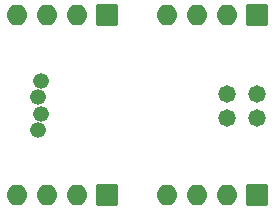
<source format=gbr>
%TF.GenerationSoftware,KiCad,Pcbnew,8.0.6*%
%TF.CreationDate,2024-12-16T09:55:53+00:00*%
%TF.ProjectId,StepperAdapterMount,53746570-7065-4724-9164-61707465724d,RevA*%
%TF.SameCoordinates,Original*%
%TF.FileFunction,Soldermask,Bot*%
%TF.FilePolarity,Negative*%
%FSLAX46Y46*%
G04 Gerber Fmt 4.6, Leading zero omitted, Abs format (unit mm)*
G04 Created by KiCad (PCBNEW 8.0.6) date 2024-12-16 09:55:53*
%MOMM*%
%LPD*%
G01*
G04 APERTURE LIST*
G04 Aperture macros list*
%AMRoundRect*
0 Rectangle with rounded corners*
0 $1 Rounding radius*
0 $2 $3 $4 $5 $6 $7 $8 $9 X,Y pos of 4 corners*
0 Add a 4 corners polygon primitive as box body*
4,1,4,$2,$3,$4,$5,$6,$7,$8,$9,$2,$3,0*
0 Add four circle primitives for the rounded corners*
1,1,$1+$1,$2,$3*
1,1,$1+$1,$4,$5*
1,1,$1+$1,$6,$7*
1,1,$1+$1,$8,$9*
0 Add four rect primitives between the rounded corners*
20,1,$1+$1,$2,$3,$4,$5,0*
20,1,$1+$1,$4,$5,$6,$7,0*
20,1,$1+$1,$6,$7,$8,$9,0*
20,1,$1+$1,$8,$9,$2,$3,0*%
G04 Aperture macros list end*
%ADD10C,1.326000*%
%ADD11C,1.476000*%
%ADD12RoundRect,0.038000X0.850000X-0.850000X0.850000X0.850000X-0.850000X0.850000X-0.850000X-0.850000X0*%
%ADD13O,1.776000X1.776000*%
G04 APERTURE END LIST*
D10*
%TO.C,M2*%
X43515000Y-205260000D03*
X43515000Y-208060000D03*
X43315000Y-206660000D03*
X43315000Y-209460000D03*
%TD*%
D11*
%TO.C,M1*%
X61790000Y-206410000D03*
X61790000Y-208410000D03*
X59290000Y-206410000D03*
X59290000Y-208410000D03*
%TD*%
D12*
%TO.C,J4*%
X49130000Y-214980000D03*
D13*
X46590000Y-214980000D03*
X44050000Y-214980000D03*
X41510000Y-214980000D03*
%TD*%
D12*
%TO.C,J1*%
X61830000Y-199740000D03*
D13*
X59290000Y-199740000D03*
X56750000Y-199740000D03*
X54210000Y-199740000D03*
%TD*%
D12*
%TO.C,J2*%
X61830000Y-214980000D03*
D13*
X59290000Y-214980000D03*
X56750000Y-214980000D03*
X54210000Y-214980000D03*
%TD*%
D12*
%TO.C,J3*%
X49130000Y-199740000D03*
D13*
X46590000Y-199740000D03*
X44050000Y-199740000D03*
X41510000Y-199740000D03*
%TD*%
M02*

</source>
